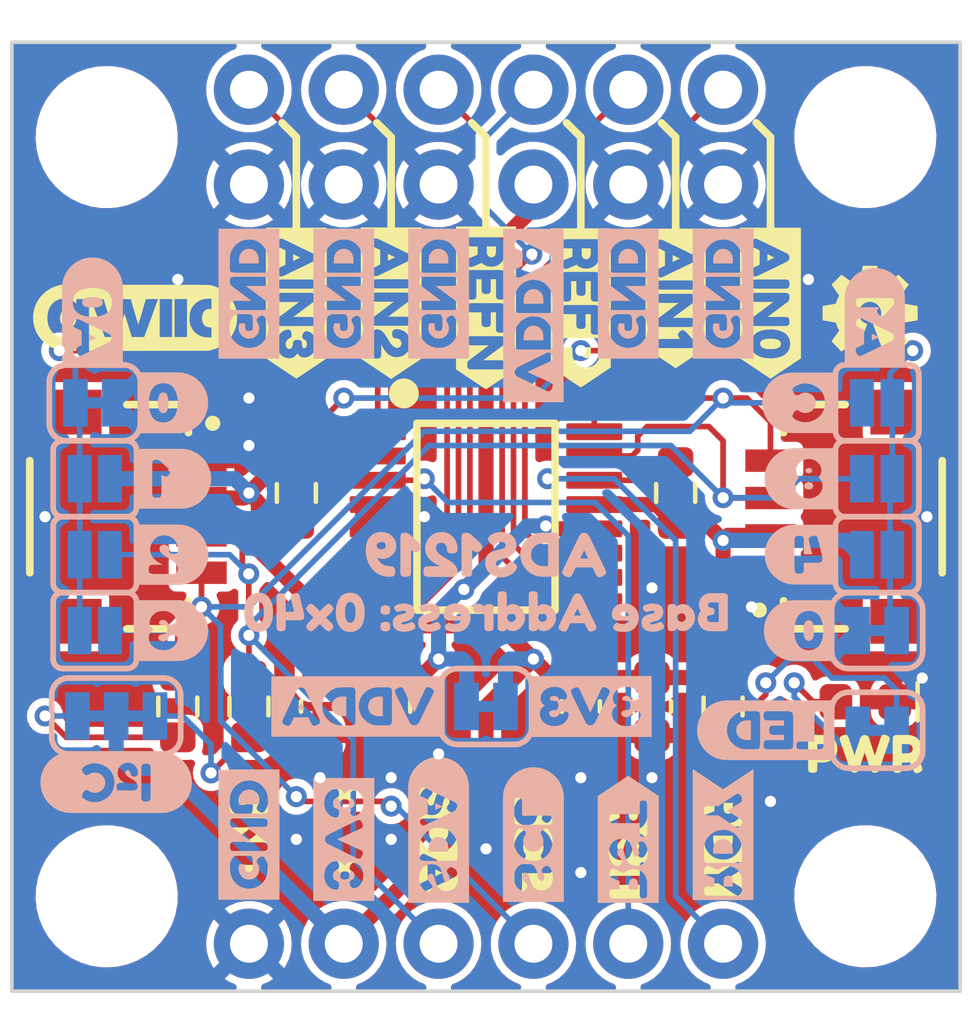
<source format=kicad_pcb>
(kicad_pcb (version 20221018) (generator pcbnew)
  (layers (0 "F.Cu" signal) (31 "B.Cu" signal) (34 "B.Paste" user) (35 "F.Paste" user) (36 "B.SilkS" user "B.Silkscreen") (37 "F.SilkS" user "F.Silkscreen") (38 "B.Mask" user) (39 "F.Mask" user) (44 "Edge.Cuts" user))
  (net 0 "")
  (net 1 "+3.3V")
  (net 2 "GND")
  (net 3 "VDDA")
  (net 4 "Net-(D1-A)")
  (net 5 "SDA")
  (net 6 "SCL")
  (net 7 "AIN3")
  (net 8 "AIN2")
  (net 9 "REFN")
  (net 10 "REFP")
  (net 11 "AIN1")
  (net 12 "AIN0")
  (net 13 "~{RESET}")
  (net 14 "~{DRDY}")
  (net 15 "Net-(JP2-B)")
  (net 16 "Net-(JP3-A)")
  (net 17 "Net-(JP3-B)")
  (net 18 "A0")
  (net 19 "A1")
  (footprint "SparkFun-Hardware:STAND-OFF" (layer "F.Cu") (at 149.86 104.14)
    (fp_text reference "ST2")
    (fp_text value "Stand_off")
    (pad "" np_thru_hole circle (at 0 0) (size 3.302 3.302) (drill 3.302) (layers "F&B.Cu" "*.Mask"))
  )
  (footprint "SparkFun-Connector:1X06" (layer "F.Cu") (at 133.35 102.87)
    (fp_text reference "J3")
    (fp_text value "Conn_01x06")
    (pad "1" thru_hole circle (at 0 0 90) (size 1.8796 1.8796) (drill 1.016) (layers "*.Cu" "*.Mask") (net 7 "AIN3"))
    (pad "2" thru_hole circle (at 2.54 0 90) (size 1.8796 1.8796) (drill 1.016) (layers "*.Cu" "*.Mask") (net 8 "AIN2"))
    (pad "3" thru_hole circle (at 5.08 0 90) (size 1.8796 1.8796) (drill 1.016) (layers "*.Cu" "*.Mask") (net 9 "REFN"))
    (pad "4" thru_hole circle (at 7.62 0 90) (size 1.8796 1.8796) (drill 1.016) (layers "*.Cu" "*.Mask") (net 10 "REFP"))
    (pad "5" thru_hole circle (at 10.16 0 90) (size 1.8796 1.8796) (drill 1.016) (layers "*.Cu" "*.Mask") (net 11 "AIN1"))
    (pad "6" thru_hole circle (at 12.7 0 90) (size 1.8796 1.8796) (drill 1.016) (layers "*.Cu" "*.Mask") (net 12 "AIN0"))
  )
  (footprint "SparkFun-Connector:1X02" (layer "F.Cu") (at 143.51 125.73)
    (fp_text reference "J5")
    (fp_text value "Conn_01x02")
    (pad "1" thru_hole circle (at 0 0 90) (size 1.8796 1.8796) (drill 1.016) (layers "*.Cu" "*.Mask") (net 13 "~{RESET}"))
    (pad "2" thru_hole circle (at 2.54 0 90) (size 1.8796 1.8796) (drill 1.016) (layers "*.Cu" "*.Mask") (net 14 "~{DRDY}"))
  )
  (footprint "SparkFun-Aesthetic:qwiic_5.5mm" (layer "F.Cu") (at 130.302 108.966)
    (fp_text reference "G***" hide)
    (fp_text value "LOGO" hide)
  )
  (footprint "kibuzzard-64C36D5B" (layer "F.Cu") (at 142.24 108.712 -90)
    (fp_text reference "kibuzzard-64C36D5B" hide)
    (fp_text value "G***" hide)
  )
  (footprint "SparkFun-Semiconductor-Standard:TSSOP-16" (layer "F.Cu") (at 139.7 114.3)
    (fp_text reference "U1")
    (fp_text value "ADS1219IPW")
    (pad "1" smd roundrect (at -2.9 -2.275) (size 1.5 0.45) (layers "F.Cu" "F.Paste" "F.Mask") (roundrect_rratio 0.1) (net 18 "A0"))
    (pad "2" smd roundrect (at -2.9 -1.625) (size 1.5 0.45) (layers "F.Cu" "F.Paste" "F.Mask") (roundrect_rratio 0.1) (net 19 "A1"))
    (pad "3" smd roundrect (at -2.9 -0.975) (size 1.5 0.45) (layers "F.Cu" "F.Paste" "F.Mask") (roundrect_rratio 0.1) (net 13 "~{RESET}"))
    (pad "4" smd roundrect (at -2.9 -0.325) (size 1.5 0.45) (layers "F.Cu" "F.Paste" "F.Mask") (roundrect_rratio 0.1) (net 2 "GND"))
    (pad "5" smd roundrect (at -2.9 0.325) (size 1.5 0.45) (layers "F.Cu" "F.Paste" "F.Mask") (roundrect_rratio 0.1) (net 2 "GND"))
    (pad "6" smd roundrect (at -2.9 0.975) (size 1.5 0.45) (layers "F.Cu" "F.Paste" "F.Mask") (roundrect_rratio 0.1) (net 7 "AIN3"))
    (pad "7" smd roundrect (at -2.9 1.625) (size 1.5 0.45) (layers "F.Cu" "F.Paste" "F.Mask") (roundrect_rratio 0.1) (net 8 "AIN2"))
    (pad "8" smd roundrect (at -2.9 2.275) (size 1.5 0.45) (layers "F.Cu" "F.Paste" "F.Mask") (roundrect_rratio 0.1) (net 9 "REFN"))
    (pad "9" smd roundrect (at 2.9 2.275) (size 1.5 0.45) (layers "F.Cu" "F.Paste" "F.Mask") (roundrect_rratio 0.1) (net 10 "REFP"))
    (pad "10" smd roundrect (at 2.9 1.625) (size 1.5 0.45) (layers "F.Cu" "F.Paste" "F.Mask") (roundrect_rratio 0.1) (net 11 "AIN1"))
    (pad "11" smd roundrect (at 2.9 0.975) (size 1.5 0.45) (layers "F.Cu" "F.Paste" "F.Mask") (roundrect_rratio 0.1) (net 12 "AIN0"))
    (pad "12" smd roundrect (at 2.9 0.325) (size 1.5 0.45) (layers "F.Cu" "F.Paste" "F.Mask") (roundrect_rratio 0.1) (net 3 "VDDA"))
    (pad "13" smd roundrect (at 2.9 -0.325) (size 1.5 0.45) (layers "F.Cu" "F.Paste" "F.Mask") (roundrect_rratio 0.1) (net 1 "+3.3V"))
    (pad "14" smd roundrect (at 2.9 -0.975) (size 1.5 0.45) (layers "F.Cu" "F.Paste" "F.Mask") (roundrect_rratio 0.1) (net 14 "~{DRDY}"))
    (pad "15" smd roundrect (at 2.9 -1.625) (size 1.5 0.45) (layers "F.Cu" "F.Paste" "F.Mask") (roundrect_rratio 0.1) (net 5 "SDA"))
    (pad "16" smd roundrect (at 2.9 -2.275) (size 1.5 0.45) (layers "F.Cu" "F.Paste" "F.Mask") (roundrect_rratio 0.1) (net 6 "SCL"))
  )
  (footprint "kibuzzard-64C37BF9" (layer "F.Cu") (at 146.05 122.809 -90)
    (fp_text reference "kibuzzard-64C37BF9" hide)
    (fp_text value "G***" hide)
  )
  (footprint "kibuzzard-64C3B30F" (layer "F.Cu") (at 149.86 120.65)
    (fp_text reference "kibuzzard-64C3B30F" hide)
    (fp_text value "G***" hide)
  )
  (footprint "SparkFun-Connector:1X06" (layer "F.Cu") (at 133.35 105.41)
    (fp_text reference "J4")
    (fp_text value "Conn_01x06")
    (pad "1" thru_hole circle (at 0 0 90) (size 1.8796 1.8796) (drill 1.016) (layers "*.Cu" "*.Mask") (net 2 "GND"))
    (pad "2" thru_hole circle (at 2.54 0 90) (size 1.8796 1.8796) (drill 1.016) (layers "*.Cu" "*.Mask") (net 2 "GND"))
    (pad "3" thru_hole circle (at 5.08 0 90) (size 1.8796 1.8796) (drill 1.016) (layers "*.Cu" "*.Mask") (net 2 "GND"))
    (pad "4" thru_hole circle (at 7.62 0 90) (size 1.8796 1.8796) (drill 1.016) (layers "*.Cu" "*.Mask") (net 3 "VDDA"))
    (pad "5" thru_hole circle (at 10.16 0 90) (size 1.8796 1.8796) (drill 1.016) (layers "*.Cu" "*.Mask") (net 2 "GND"))
    (pad "6" thru_hole circle (at 12.7 0 90) (size 1.8796 1.8796) (drill 1.016) (layers "*.Cu" "*.Mask") (net 2 "GND"))
  )
  (footprint "kibuzzard-64C36D6C" (layer "F.Cu") (at 144.78 108.458 -90)
    (fp_text reference "kibuzzard-64C36D6C" hide)
    (fp_text value "G***" hide)
  )
  (footprint "SparkFun-Resistor:R_0603_1608Metric" (layer "F.Cu") (at 131.445 119.38 90)
    (fp_text reference "R2")
    (fp_text value "2.2k")
    (pad "1" smd roundrect (at -0.825 0 90) (size 0.8 0.95) (layers "F.Cu" "F.Paste" "F.Mask") (net 17 "Net-(JP3-B)"))
    (pad "2" smd roundrect (at 0.825 0 90) (size 0.8 0.95) (layers "F.Cu" "F.Paste" "F.Mask") (net 6 "SCL"))
  )
  (footprint "SparkFun-Capacitor:C_0603_1608Metric" (layer "F.Cu") (at 137.16 119.38 -90)
    (fp_text reference "C3")
    (fp_text value "2.2uF")
    (pad "1" smd roundrect (at -0.775 0 270) (size 0.9 0.95) (layers "F.Cu" "F.Paste" "F.Mask") (net 3 "VDDA"))
    (pad "2" smd roundrect (at 0.775 0 270) (size 0.9 0.95) (layers "F.Cu" "F.Paste" "F.Mask") (net 2 "GND"))
  )
  (footprint "SparkFun-Resistor:R_0603_1608Metric" (layer "F.Cu") (at 146.05 119.38 -90)
    (fp_text reference "R1")
    (fp_text value "1k")
    (pad "1" smd roundrect (at -0.825 0 270) (size 0.8 0.95) (layers "F.Cu" "F.Paste" "F.Mask") (net 1 "+3.3V"))
    (pad "2" smd roundrect (at 0.825 0 270) (size 0.8 0.95) (layers "F.Cu" "F.Paste" "F.Mask") (net 15 "Net-(JP2-B)"))
  )
  (footprint "SparkFun-Capacitor:C_0603_1608Metric" (layer "F.Cu") (at 142.24 119.38 -90)
    (fp_text reference "C1")
    (fp_text value "2.2uF")
    (pad "1" smd roundrect (at -0.775 0 270) (size 0.9 0.95) (layers "F.Cu" "F.Paste" "F.Mask") (net 1 "+3.3V"))
    (pad "2" smd roundrect (at 0.775 0 270) (size 0.9 0.95) (layers "F.Cu" "F.Paste" "F.Mask") (net 2 "GND"))
  )
  (footprint "kibuzzard-64C36E7A" (layer "F.Cu") (at 133.35 122.809 -90)
    (fp_text reference "kibuzzard-64C36E7A" hide)
    (fp_text value "G***" hide)
  )
  (footprint "kibuzzard-64C37AD1" (layer "F.Cu") (at 138.43 122.682 -90)
    (fp_text reference "kibuzzard-64C37AD1" hide)
    (fp_text value "G***" hide)
  )
  (footprint "SparkFun-Connector:JST04_1MM_RA" (layer "F.Cu") (at 147.32 114.3 90)
    (fp_text reference "J2")
    (fp_text value "Qwiic_RA")
    (pad "1" smd rect (at -1.5 0 90) (size 0.6 1.35) (layers "F.Cu" "F.Paste" "F.Mask") (net 2 "GND"))
    (pad "2" smd rect (at -0.5 0 90) (size 0.6 1.35) (layers "F.Cu" "F.Paste" "F.Mask") (net 1 "+3.3V"))
    (pad "3" smd rect (at 0.5 0 90) (size 0.6 1.35) (layers "F.Cu" "F.Paste" "F.Mask") (net 5 "SDA"))
    (pad "4" smd rect (at 1.5 0 90) (size 0.6 1.35) (layers "F.Cu" "F.Paste" "F.Mask") (net 6 "SCL"))
    (pad "NC1" smd rect (at 2.8 3.675 90) (size 1.2 2) (layers "F.Cu" "F.Paste" "F.Mask"))
    (pad "NC2" smd rect (at -2.8 3.675 90) (size 1.2 2) (layers "F.Cu" "F.Paste" "F.Mask"))
  )
  (footprint "kibuzzard-64C37B4E" (layer "F.Cu") (at 140.97 122.809 -90)
    (fp_text reference "kibuzzard-64C37B4E" hide)
    (fp_text value "G***" hide)
  )
  (footprint "SparkFun-Aesthetic:OSHW-LOGO-MINI" (layer "F.Cu") (at 149.987 108.839)
    (fp_text reference "Ref**")
    (fp_text value "Val**")
  )
  (footprint "kibuzzard-64C36D91" (layer "F.Cu") (at 147.32 108.585 -90)
    (fp_text reference "kibuzzard-64C36D91" hide)
    (fp_text value "G***" hide)
  )
  (footprint "kibuzzard-64C37B97" (layer "F.Cu") (at 143.51 122.936 -90)
    (fp_text reference "kibuzzard-64C37B97" hide)
    (fp_text value "G***" hide)
  )
  (footprint "SparkFun-Connector:JST04_1MM_RA" (layer "F.Cu") (at 132.08 114.3 -90)
    (fp_text reference "J1")
    (fp_text value "Qwiic_RA")
    (pad "1" smd rect (at -1.5 0 270) (size 0.6 1.35) (layers "F.Cu" "F.Paste" "F.Mask") (net 2 "GND"))
    (pad "2" smd rect (at -0.5 0 270) (size 0.6 1.35) (layers "F.Cu" "F.Paste" "F.Mask") (net 1 "+3.3V"))
    (pad "3" smd rect (at 0.5 0 270) (size 0.6 1.35) (layers "F.Cu" "F.Paste" "F.Mask") (net 5 "SDA"))
    (pad "4" smd rect (at 1.5 0 270) (size 0.6 1.35) (layers "F.Cu" "F.Paste" "F.Mask") (net 6 "SCL"))
    (pad "NC1" smd rect (at 2.8 3.675 270) (size 1.2 2) (layers "F.Cu" "F.Paste" "F.Mask"))
    (pad "NC2" smd rect (at -2.8 3.675 270) (size 1.2 2) (layers "F.Cu" "F.Paste" "F.Mask"))
  )
  (footprint "kibuzzard-64C36D47" (layer "F.Cu") (at 139.7 108.712 -90)
    (fp_text reference "kibuzzard-64C36D47" hide)
    (fp_text value "G***" hide)
  )
  (footprint "SparkFun-Resistor:R_0603_1608Metric" (layer "F.Cu") (at 134.62 113.665 -90)
    (fp_text reference "R5")
    (fp_text value "10k")
    (pad "1" smd roundrect (at -0.825 0 270) (size 0.8 0.95) (layers "F.Cu" "F.Paste" "F.Mask") (net 1 "+3.3V"))
    (pad "2" smd roundrect (at 0.825 0 270) (size 0.8 0.95) (layers "F.Cu" "F.Paste" "F.Mask") (net 13 "~{RESET}"))
  )
  (footprint "kibuzzard-64C36D1A" (layer "F.Cu") (at 134.62 108.585 -90)
    (fp_text reference "kibuzzard-64C36D1A" hide)
    (fp_text value "G***" hide)
  )
  (footprint "SparkFun-Resistor:R_0603_1608Metric" (layer "F.Cu") (at 144.78 113.665 90)
    (fp_text reference "R4")
    (fp_text value "10k")
    (pad "1" smd roundrect (at -0.825 0 90) (size 0.8 0.95) (layers "F.Cu" "F.Paste" "F.Mask") (net 1 "+3.3V"))
    (pad "2" smd roundrect (at 0.825 0 90) (size 0.8 0.95) (layers "F.Cu" "F.Paste" "F.Mask") (net 14 "~{DRDY}"))
  )
  (footprint "SparkFun-Connector:1X04" (layer "F.Cu") (at 133.35 125.73)
    (fp_text reference "J6")
    (fp_text value "I2C_01x04")
    (pad "1" thru_hole circle (at 0 0 90) (size 1.8796 1.8796) (drill 1.016) (layers "*.Cu" "*.Mask") (net 2 "GND"))
    (pad "2" thru_hole circle (at 2.54 0 90) (size 1.8796 1.8796) (drill 1.016) (layers "*.Cu" "*.Mask") (net 1 "+3.3V"))
    (pad "3" thru_hole circle (at 5.08 0 90) (size 1.8796 1.8796) (drill 1.016) (layers "*.Cu" "*.Mask") (net 5 "SDA"))
    (pad "4" thru_hole circle (at 7.62 0 90) (size 1.8796 1.8796) (drill 1.016) (layers "*.Cu" "*.Mask") (net 6 "SCL"))
  )
  (footprint "kibuzzard-64C37A88" (layer "F.Cu") (at 135.89 122.936 -90)
    (fp_text reference "kibuzzard-64C37A88" hide)
    (fp_text value "G***" hide)
  )
  (footprint "SparkFun-Capacitor:C_0603_1608Metric" (layer "F.Cu") (at 144.145 119.38 -90)
    (fp_text reference "C2")
    (fp_text value "0.1uF_0603_25V_20%" hide)
    (pad "1" smd roundrect (at -0.775 0 270) (size 0.9 0.95) (layers "F.Cu" "F.Paste" "F.Mask") (net 1 "+3.3V"))
    (pad "2" smd roundrect (at 0.775 0 270) (size 0.9 0.95) (layers "F.Cu" "F.Paste" "F.Mask") (net 2 "GND"))
  )
  (footprint "SparkFun-Capacitor:C_0603_1608Metric" (layer "F.Cu") (at 135.255 119.38 -90)
    (fp_text reference "C4")
    (fp_text value "0.1uF_0603_25V_20%" hide)
    (pad "1" smd roundrect (at -0.775 0 270) (size 0.9 0.95) (layers "F.Cu" "F.Paste" "F.Mask") (net 3 "VDDA"))
    (pad "2" smd roundrect (at 0.775 0 270) (size 0.9 0.95) (layers "F.Cu" "F.Paste" "F.Mask") (net 2 "GND"))
  )
  (footprint "SparkFun-Resistor:R_0603_1608Metric" (layer "F.Cu") (at 133.35 119.38 90)
    (fp_text reference "R3")
    (fp_text value "2.2k")
    (pad "1" smd roundrect (at -0.825 0 90) (size 0.8 0.95) (layers "F.Cu" "F.Paste" "F.Mask") (net 16 "Net-(JP3-A)"))
    (pad "2" smd roundrect (at 0.825 0 90) (size 0.8 0.95) (layers "F.Cu" "F.Paste" "F.Mask") (net 5 "SDA"))
  )
  (footprint "SparkFun-Hardware:STAND-OFF" (layer "F.Cu") (at 129.54 124.46)
    (fp_text reference "ST4")
    (fp_text value "Stand_off")
    (pad "" np_thru_hole circle (at 0 0) (size 3.302 3.302) (drill 3.302) (layers "F&B.Cu" "*.Mask"))
  )
  (footprint "SparkFun-Hardware:STAND-OFF" (layer "F.Cu") (at 129.54 104.14)
    (fp_text reference "ST1")
    (fp_text value "Stand_off")
    (pad "" np_thru_hole circle (at 0 0) (size 3.302 3.302) (drill 3.302) (layers "F&B.Cu" "*.Mask"))
  )
  (footprint "SparkFun-LED:LED_0603_1608Metric" (layer "F.Cu") (at 149.86 119.253 180)
    (fp_text reference "D1")
    (fp_text value "Red")
    (pad "1" smd roundrect (at -0.7875 0 180) (size 0.875 0.95) (layers "F.Cu" "F.Paste" "F.Mask") (net 2 "GND"))
    (pad "2" smd roundrect (at 0.7875 0 180) (size 0.875 0.95) (layers "F.Cu" "F.Paste" "F.Mask") (net 4 "Net-(D1-A)"))
  )
  (footprint "kibuzzard-64C36D2D" (layer "F.Cu") (at 137.16 108.585 -90)
    (fp_text reference "kibuzzard-64C36D2D" hide)
    (fp_text value "G***" hide)
  )
  (footprint "SparkFun-Hardware:STAND-OFF" (layer "F.Cu") (at 149.86 124.46)
    (fp_text reference "ST3")
    (fp_text value "Stand_off")
    (pad "" np_thru_hole circle (at 0 0) (size 3.302 3.302) (drill 3.302) (layers "F&B.Cu" "*.Mask"))
  )
  (footprint "kibuzzard-64C37D9D" (layer "B.Cu") (at 139.7 115.316 180)
    (fp_text reference "kibuzzard-64C37D9D" hide)
    (fp_text value "G***" hide)
  )
  (footprint "kibuzzard-64C37C16" (layer "B.Cu") (at 146.05 122.809 90)
    (fp_text reference "kibuzzard-64C37C16" hide)
    (fp_text value "G***" hide)
  )
  (footprint "SparkFun-Jumper:SMT-JUMPER_2_NO_SILK" (layer "B.Cu") (at 150.1775 113.284 180)
    (fp_text reference "JP10")
    (fp_text value "~")
    (pad "1" smd rect (at -0.4064 0 180) (size 0.635 1.27) (layers "B.Cu" "B.Mask") (net 19 "A1"))
    (pad "2" smd rect (at 0.4064 0 180) (size 0.635 1.27) (layers "B.Cu" "B.Mask") (net 5 "SDA"))
  )
  (footprint "kibuzzard-64C375B4" (layer "B.Cu") (at 148.082 117.348 180)
    (fp_text reference "kibuzzard-64C375B4" hide)
    (fp_text value "G***" hide)
  )
  (footprint "kibuzzard-64C37A88" (layer "B.Cu") (at 142.494 119.38 180)
    (fp_text reference "kibuzzard-64C37A88" hide)
    (fp_text value "G***" hide)
  )
  (footprint "SparkFun-Jumper:SMT-JUMPER_2_NO_SILK" (layer "B.Cu") (at 129.2225 115.316)
    (fp_text reference "JP6")
    (fp_text value "~")
    (pad "1" smd rect (at -0.4064 0) (size 0.635 1.27) (layers "B.Cu" "B.Mask") (net 18 "A0"))
    (pad "2" smd rect (at 0.4064 0) (size 0.635 1.27) (layers "B.Cu" "B.Mask") (net 5 "SDA"))
  )
  (footprint "kibuzzard-64C36E7A" (layer "B.Cu") (at 138.43 108.331 90)
    (fp_text reference "kibuzzard-64C36E7A" hide)
    (fp_text value "G***" hide)
  )
  (footprint "SparkFun-Jumper:SMT-JUMPER_2_NC_TRACE_SILK" (layer "B.Cu") (at 129.2225 111.252)
    (fp_text reference "JP4")
    (fp_text value "~")
    (fp_poly (pts (xy -0.25 0.15) (xy 0.25 0.15) (xy 0.25 -0.15) (xy -0.25 -0.15)) (fill solid) (layer "B.Cu"))
    (pad "1" smd rect (at -0.5207 0) (size 0.6604 1.27) (layers "B.Cu" "B.Mask") (net 18 "A0"))
    (pad "2" smd rect (at 0.5207 0) (size 0.6604 1.27) (layers "B.Cu" "B.Mask") (net 2 "GND"))
  )
  (footprint "SparkFun-Jumper:SMT-JUMPER_2_NO_SILK" (layer "B.Cu") (at 129.2225 117.348)
    (fp_text reference "JP7")
    (fp_text value "~")
    (pad "1" smd rect (at -0.4064 0) (size 0.635 1.27) (layers "B.Cu" "B.Mask") (net 18 "A0"))
    (pad "2" smd rect (at 0.4064 0) (size 0.635 1.27) (layers "B.Cu" "B.Mask") (net 6 "SCL"))
  )
  (footprint "kibuzzard-64C3761E" (layer "B.Cu") (at 131.318 117.348 180)
    (fp_text reference "kibuzzard-64C3761E" hide)
    (fp_text value "G***" hide)
  )
  (footprint "kibuzzard-64C36E7A" (layer "B.Cu") (at 133.35 108.331 90)
    (fp_text reference "kibuzzard-64C36E7A" hide)
    (fp_text value "G***" hide)
  )
  (footprint "SparkFun-Jumper:SMT-JUMPER_2_NC_TRACE_SILK" (layer "B.Cu") (at 139.7 119.38 180)
    (fp_text reference "JP1")
    (fp_text value "~")
    (fp_poly (pts (xy -0.25 0.15) (xy 0.25 0.15) (xy 0.25 -0.15) (xy -0.25 -0.15)) (fill solid) (layer "B.Cu"))
    (pad "1" smd rect (at -0.5207 0 180) (size 0.6604 1.27) (layers "B.Cu" "B.Mask") (net 1 "+3.3V"))
    (pad "2" smd rect (at 0.5207 0 180) (size 0.6604 1.27) (layers "B.Cu" "B.Mask") (net 3 "VDDA"))
  )
  (footprint "SparkFun-Jumper:SMT-JUMPER_3_2-NC_TRACE_SILK" (layer "B.Cu") (at 129.794 119.634 180)
    (fp_text reference "JP3")
    (fp_text value "~")
    (fp_poly (pts (xy -0.8 0.15) (xy -0.25 0.15) (xy -0.25 -0.15) (xy -0.8 -0.15)) (fill solid) (layer "B.Cu"))
    (fp_poly (pts (xy 0.25 0.15) (xy 0.8 0.15) (xy 0.8 -0.15) (xy 0.25 -0.15)) (fill solid) (layer "B.Cu"))
    (pad "1" smd rect (at -1.0414 0 180) (size 0.6604 1.27) (layers "B.Cu" "B.Mask") (net 16 "Net-(JP3-A)"))
    (pad "2" smd rect (at 0 0 180) (size 0.6604 1.27) (layers "B.Cu" "B.Mask") (net 1 "+3.3V"))
    (pad "3" smd rect (at 1.0414 0 180) (size 0.6604 1.27) (layers "B.Cu" "B.Mask") (net 17 "Net-(JP3-B)"))
  )
  (footprint "kibuzzard-64C37C5C" (layer "B.Cu") (at 147.193 120.015 180)
    (fp_text reference "kibuzzard-64C37C5C" hide)
    (fp_text value "G***" hide)
  )
  (footprint "SparkFun-Jumper:SMT-JUMPER_2_NO_SILK" (layer "B.Cu") (at 150.1775 111.252 180)
    (fp_text reference "JP11")
    (fp_text value "~")
    (pad "1" smd rect (at -0.4064 0 180) (size 0.635 1.27) (layers "B.Cu" "B.Mask") (net 19 "A1"))
    (pad "2" smd rect (at 0.4064 0 180) (size 0.635 1.27) (layers "B.Cu" "B.Mask") (net 6 "SCL"))
  )
  (footprint "kibuzzard-64C375F2" (layer "B.Cu") (at 131.318 111.252 180)
    (fp_text reference "kibuzzard-64C375F2" hide)
    (fp_text value "G***" hide)
  )
  (footprint "SparkFun-Jumper:SMT-JUMPER_2_NC_TRACE_SILK" (layer "B.Cu") (at 150.1775 117.348 180)
    (fp_text reference "JP8")
    (fp_text value "~")
    (fp_poly (pts (xy -0.25 0.15) (xy 0.25 0.15) (xy 0.25 -0.15) (xy -0.25 -0.15)) (fill solid) (layer "B.Cu"))
    (pad "1" smd rect (at -0.5207 0 180) (size 0.6604 1.27) (layers "B.Cu" "B.Mask") (net 19 "A1"))
    (pad "2" smd rect (at 0.5207 0 180) (size 0.6604 1.27) (layers "B.Cu" "B.Mask") (net 2 "GND"))
  )
  (footprint "kibuzzard-64C37B05" (layer "B.Cu") (at 140.97 122.809 90)
    (fp_text reference "kibuzzard-64C37B05" hide)
    (fp_text value "G***" hide)
  )
  (footprint "kibuzzard-64C375DA" (layer "B.Cu") (at 148.082 111.252 180)
    (fp_text reference "kibuzzard-64C375DA" hide)
    (fp_text value "G***" hide)
  )
  (footprint "kibuzzard-64C36E7A" (layer "B.Cu") (at 146.05 108.331 90)
    (fp_text reference "kibuzzard-64C36E7A" hide)
    (fp_text value "G***" hide)
  )
  (footprint "kibuzzard-64C375C5" (layer "B.Cu") (at 148.082 113.284 180)
    (fp_text reference "kibuzzard-64C375C5" hide)
    (fp_text value "G***" hide)
  )
  (footprint "kibuzzard-64C37FAB" (layer "B.Cu") (at 131.318 113.284 180)
    (fp_text reference "kibuzzard-64C37FAB" hide)
    (fp_text value "G***" hide)
  )
  (footprint "kibuzzard-64C3756D" (layer "B.Cu") (at 150.114 108.966 90)
    (fp_text reference "kibuzzard-64C3756D" hide)
    (fp_text value "G***" hide)
  )
  (footprint "SparkFun-Jumper:SMT-JUMPER_2_NO_SILK" (layer "B.Cu") (at 150.1775 115.316 180)
    (fp_text reference "JP9")
    (fp_text value "~")
    (pad "1" smd rect (at -0.4064 0 180) (size 0.635 1.27) (layers "B.Cu" "B.Mask") (net 19 "A1"))
    (pad "2" smd rect (at 0.4064 0 180) (size 0.635 1.27) (layers "B.Cu" "B.Mask") (net 1 "+3.3V"))
  )
  (footprint "kibuzzard-64C37CC9" (layer "B.Cu") (at 136.271 119.38 180)
    (fp_text reference "kibuzzard-64C37CC9" hide)
    (fp_text value "G***" hide)
  )
  (footprint "kibuzzard-64C38090" (layer "B.Cu") (at 129.794 121.412 180)
    (fp_text reference "kibuzzard-64C38090" hide)
    (fp_text value "G***" hide)
  )
  (footprint "kibuzzard-64C36E7A" (layer "B.Cu") (at 135.89 108.331 90)
    (fp_text reference "kibuzzard-64C36E7A" hide)
    (fp_text value "G***" hide)
  )
  (footprint "kibuzzard-64C37D63" (layer "B.Cu") (at 139.7 116.84 180)
    (fp_text reference "kibuzzard-64C37D63" hide)
    (fp_text value "G***" hide)
  )
  (footprint "kibuzzard-64C37519" (layer "B.Cu") (at 129.159 108.839 90)
    (fp_text reference "kibuzzard-64C37519" hide)
    (fp_text value "G***" hide)
  )
  (footprint "kibuzzard-64C37614" (layer "B.Cu") (at 131.318 115.316 180)
    (fp_text reference "kibuzzard-64C37614" hide)
    (fp_text value "G***" hide)
  )
  (footprint "SparkFun-Jumper:SMT-JUMPER_2_NC_TRACE_SILK" (layer "B.Cu") (at 150.1775 120.015)
    (fp_text reference "JP2")
    (fp_text value "~")
    (fp_poly (pts (xy -0.25 0.15) (xy 0.25 0.15) (xy 0.25 -0.15) (xy -0.25 -0.15)) (fill solid) (layer "B.Cu"))
    (pad "1" smd rect (at -0.5207 0) (size 0.6604 1.27) (layers "B.Cu" "B.Mask") (net 4 "Net-(D1-A)"))
    (pad "2" smd rect (at 0.5207 0) (size 0.6604 1.27) (layers "B.Cu" "B.Mask") (net 15 "Net-(JP2-B)"))
  )
  (footprint "kibuzzard-64C37B2E" (layer "B.Cu") (at 138.43 122.682 90)
    (fp_text reference "kibuzzard-64C37B2E" hide)
    (fp_text value "G***" hide)
  )
  (footprint "kibuzzard-64C36E7A" (layer "B.Cu") (at 133.35 122.809 90)
    (fp_text reference "kibuzzard-64C36E7A" hide)
    (fp_text value "G***" hide)
  )
  (footprint "kibuzzard-64C37BC1" (layer "B.Cu") (at 143.51 122.936 90)
    (fp_text reference "kibuzzard-64C37BC1" hide)
    (fp_text value "G***" hide)
  )
  (footprint "kibuzzard-64C37A88" (layer "B.Cu") (at 135.89 122.936 90)
    (fp_text reference "kibuzzard-64C37A88" hide)
    (fp_text value "G***" hide)
  )
  (footprint "kibuzzard-64C36EF5" (layer "B.Cu") (at 140.97 108.9152 90)
    (fp_text reference "kibuzzard-64C36EF5" hide)
    (fp_text value "G***" hide)
  )
  (footprint "SparkFun-Jumper:SMT-JUMPER_2_NO_SILK" (layer "B.Cu") (at 129.2225 113.284)
    (fp_text reference "JP5")
    (fp_text value "~")
    (pad "1" smd rect (at -0.4064 0) (size 0.635 1.27) (layers "B.Cu" "B.Mask") (net 18 "A0"))
    (pad "2" smd rect (at 0.4064 0) (size 0.635 1.27) (layers "B.Cu" "B.Mask") (net 1 "+3.3V"))
  )
  (footprint "kibuzzard-64C36E7A" (layer "B.Cu") (at 143.51 108.331 90)
    (fp_text reference "kibuzzard-64C36E7A" hide)
    (fp_text value "G***" hide)
  )
  (footprint "kibuzzard-64C375BE" (layer "B.Cu") (at 148.082 115.316 180)
    (fp_text reference "kibuzzard-64C375BE" hide)
    (fp_text value "G***" hide)
  )
  (gr_line (start 142.24 104.14) (end 142.24 106.68) (stroke (width 0.2032)) (layer "F.SilkS"))
  (gr_line (start 144.78 104.14) (end 144.78 106.68) (stroke (width 0.2032)) (layer "F.SilkS"))
  (gr_line (start 139.7 104.14) (end 139.7 106.68) (stroke (width 0.2032)) (layer "F.SilkS"))
  (gr_line (start 137.16 104.14) (end 136.779 103.759) (stroke (width 0.2032)) (layer "F.SilkS"))
  (gr_line (start 134.62 104.14) (end 134.239 103.759) (stroke (width 0.2032)) (layer "F.SilkS"))
  (gr_line (start 137.16 104.14) (end 137.16 106.68) (stroke (width 0.2032)) (layer "F.SilkS"))
  (gr_line (start 142.24 104.14) (end 141.859 103.759) (stroke (width 0.2032)) (layer "F.SilkS"))
  (gr_line (start 139.7 104.14) (end 139.319 103.759) (stroke (width 0.2032)) (layer "F.SilkS"))
  (gr_line (start 147.32 104.14) (end 146.939 103.759) (stroke (width 0.2032)) (layer "F.SilkS"))
  (gr_line (start 134.62 104.14) (end 134.62 106.68) (stroke (width 0.2032)) (layer "F.SilkS"))
  (gr_line (start 144.78 104.14) (end 144.399 103.759) (stroke (width 0.2032)) (layer "F.SilkS"))
  (gr_line (start 147.32 104.14) (end 147.32 106.68) (stroke (width 0.2032)) (layer "F.SilkS"))
  (gr_rect (start 127 101.6) (end 152.4 127) (stroke (width 0.1)) (fill none) (layer "Edge.Cuts"))
  (segment (start 146 118.605) (end 146.05 118.555) (width 0.4064) (layer "F.Cu") (net 1))
  (segment (start 139.7 121.92) (end 139.7 121.285) (width 0.4064) (layer "F.Cu") (net 1))
  (segment (start 142.6 113.975) (end 144.265 113.975) (width 0.4064) (layer "F.Cu") (net 1))
  (segment (start 135.636 117.221) (end 140.081 117.221) (width 0.4064) (layer "F.Cu") (net 1))
  (segment (start 133.604 113.919) (end 133.604 115.189) (width 0.4064) (layer "F.Cu") (net 1))
  (segment (start 147.32 114.8) (end 146.185 114.8) (width 0.4064) (layer "F.Cu") (net 1))
  (segment (start 134.62 112.84) (end 134.175 112.84) (width 0.4064) (layer "F.Cu") (net 1))
  (segment (start 133.35 113.665) (end 133.604 113.919) (width 0.4064) (layer "F.Cu") (net 1))
  (segment (start 132.08 113.8) (end 133.215 113.8) (width 0.4064) (layer "F.Cu") (net 1))
  (segment (start 140.081 117.221) (end 140.97 118.11) (width 0.4064) (layer "F.Cu") (net 1))
  (segment (start 146.05 118.555) (end 146.05 114.935) (width 0.4064) (layer "F.Cu") (net 1))
  (segment (start 144.78 114.49) (end 145.605 114.49) (width 0.4064) (layer "F.Cu") (net 1))
  (segment (start 133.215 113.8) (end 133.35 113.665) (width 0.4064) (layer "F.Cu") (net 1))
  (segment (start 141.465 118.605) (end 140.97 118.11) (width 0.4064) (layer "F.Cu") (net 1))
  (segment (start 139.7 119.38) (end 140.97 118.11) (width 0.4064) (layer "F.Cu") (net 1))
  (segment (start 142.24 118.605) (end 144.145 118.605) (width 0.4064) (layer "F.Cu") (net 1))
  (segment (start 139.7 121.285) (end 139.7 119.38) (width 0.4064) (layer "F.Cu") (net 1))
  (segment (start 135.89 125.73) (end 139.7 121.92) (width 0.4064) (layer "F.Cu") (net 1))
  (segment (start 144.145 118.605) (end 146 118.605) (width 0.4064) (layer "F.Cu") (net 1))
  (segment (start 133.604 115.189) (end 135.636 117.221) (width 0.4064) (layer "F.Cu") (net 1))
  (segment (start 142.24 118.605) (end 141.465 118.605) (width 0.4064) (layer "F.Cu") (net 1))
  (segment (start 144.265 113.975) (end 144.78 114.49) (width 0.4064) (layer "F.Cu") (net 1))
  (segment (start 146.185 114.8) (end 146.05 114.935) (width 0.4064) (layer "F.Cu") (net 1))
  (segment (start 145.605 114.49) (end 146.05 114.935) (width 0.4064) (layer "F.Cu") (net 1))
  (segment (start 134.175 112.84) (end 133.35 113.665) (width 0.4064) (layer "F.Cu") (net 1))
  (via (at 146.05 114.935) (size 0.56) (drill 0.3) (layers "F.Cu" "B.Cu") (net 1))
  (via (at 133.35 113.665) (size 0.56) (drill 0.3) (layers "F.Cu" "B.Cu") (net 1))
  (via (at 140.97 118.11) (size 0.56) (drill 0.3) (layers "F.Cu" "B.Cu") (net 1))
  (segment (start 135.89 125.73) (end 131.9536 121.7936) (width 0.4064) (layer "B.Cu") (net 1))
  (segment (start 132.969 113.284) (end 129.6289 113.284) (width 0.4064) (layer "B.Cu") (net 1))
  (segment (start 140.97 118.11) (end 140.335 118.11) (width 0.4064) (layer "B.Cu") (net 1))
  (segment (start 131.943725 121.7936) (end 131.181125 121.031) (width 0.4064) (layer "B.Cu") (net 1))
  (segment (start 140.335 118.11) (end 140.2207 118.2243) (width 0.4064) (layer "B.Cu") (net 1))
  (segment (start 133.35 113.665) (end 132.969 113.284) (width 0.4064) (layer "B.Cu") (net 1))
  (segment (start 129.794 120.65) (end 129.794 120.12295) (width 0.4064) (layer "B.Cu") (net 1))
  (segment (start 130.175 121.031) (end 129.794 120.65) (width 0.4064) (layer "B.Cu") (net 1))
  (segment (start 131.9536 121.7936) (end 131.943725 121.7936) (width 0.4064) (layer "B.Cu") (net 1))
  (segment (start 131.181125 121.031) (end 130.175 121.031) (width 0.4064) (layer "B.Cu") (net 1))
  (segment (start 146.05 114.935) (end 149.3266 114.935) (width 0.4064) (layer "B.Cu") (net 1))
  (segment (start 140.2207 118.2243) (end 140.2207 118.89105) (width 0.4064) (layer "B.Cu") (net 1))
  (segment (start 149.3266 114.935) (end 149.7076 115.316) (width 0.4064) (layer "B.Cu") (net 1))
  (segment (start 137.724 114.625) (end 138.049 114.3) (width 0.4064) (layer "F.Cu") (net 2))
  (segment (start 137.16 120.155) (end 137.16 121.285) (width 0.4064) (layer "F.Cu") (net 2))
  (segment (start 137.724 113.975) (end 138.049 114.3) (width 0.4064) (layer "F.Cu") (net 2))
  (segment (start 142.24 120.155) (end 142.24 121.285) (width 0.4064) (layer "F.Cu") (net 2))
  (segment (start 136.8 113.975) (end 137.724 113.975) (width 0.4064) (layer "F.Cu") (net 2))
  (segment (start 144.145 120.155) (end 144.145 121.285) (width 0.4064) (layer "F.Cu") (net 2))
  (segment (start 136.8 114.625) (end 137.724 114.625) (width 0.4064) (layer "F.Cu") (net 2))
  (segment (start 135.255 120.155) (end 135.255 121.285) (width 0.4064) (layer "F.Cu") (net 2))
  (segment (start 132.945 112.8) (end 133.35 112.395) (width 0.4064) (layer "F.Cu") (net 2))
  (segment (start 132.08 112.8) (end 132.945 112.8) (width 0.4064) (layer "F.Cu") (net 2))
  (segment (start 147.32 116.205) (end 147.32 115.8) (width 0.4064) (layer "F.Cu") (net 2))
  (segment (start 146.812 116.713) (end 147.32 116.205) (width 0.4064) (layer "F.Cu") (net 2))
  (segment (start 150.749 119.253) (end 150.6475 119.253) (width 0.4064) (layer "F.Cu") (net 2))
  (segment (start 151.384 118.618) (end 150.749 119.253) (width 0.4064) (layer "F.Cu") (net 2))
  (via (at 134.62 122.936) (size 0.56) (drill 0.3) (layers "F.Cu" "B.Cu") (net 2))
  (via (at 131.445 107.95) (size 0.56) (drill 0.3) (layers "F.Cu" "B.Cu") (net 2))
  (via (at 137.16 122.936) (size 0.56) (drill 0.3) (layers "F.Cu" "B.Cu") (net 2))
  (via (at 138.049 114.3) (size 0.56) (drill 0.3) (layers "F.Cu" "B.Cu") (net 2))
  (via (at 138.43 120.65) (size 0.56) (drill 0.3) (layers "F.Cu" "B.Cu") (net 2))
  (via (at 142.24 121.285) (size 0.56) (drill 0.3) (layers "F.Cu" "B.Cu") (net 2))
  (via (at 144.145 116.205) (size 0.56) (drill 0.3) (layers "F.Cu" "B.Cu") (net 2))
  (via (at 146.812 116.713) (size 0.56) (drill 0.3) (layers "F.Cu" "B.Cu") (net 2))
  (via (at 133.35 112.395) (size 0.56) (drill 0.3) (layers "F.Cu" "B.Cu") (net 2))
  (via (at 127.889 114.3) (size 0.56) (drill 0.3) (layers "F.Cu" "B.Cu") (net 2))
  (via (at 151.511 114.3) (size 0.56) (drill 0.3) (layers "F.Cu" "B.Cu") (net 2))
  (via (at 133.35 111.125) (size 0.56) (drill 0.3) (layers "F.Cu" "B.Cu") (net 2))
  (via (at 135.255 121.285) (size 0.56) (drill 0.3) (layers "F.Cu" "B.Cu") (net 2))
  (via (at 151.384 118.618) (size 0.56) (drill 0.3) (layers "F.Cu" "B.Cu") (net 2))
  (via (at 147.32 121.92) (size 0.56) (drill 0.3) (layers "F.Cu" "B.Cu") (net 2))
  (via (at 142.24 123.825) (size 0.56) (drill 0.3) (layers "F.Cu" "B.Cu") (net 2))
  (via (at 144.145 121.285) (size 0.56) (drill 0.3) (layers "F.Cu" "B.Cu") (net 2))
  (via (at 139.7 123.19) (size 0.56) (drill 0.3) (layers "F.Cu" "B.Cu") (net 2))
  (via (at 148.336 107.95) (size 0.56) (drill 0.3) (layers "F.Cu" "B.Cu") (net 2))
  (via (at 137.16 121.285) (size 0.56) (drill 0.3) (layers "F.Cu" "B.Cu") (net 2))
  (segment (start 139.7 107.315) (end 139.7 108.585) (width 0.4064) (layer "F.Cu") (net 3))
  (segment (start 141.378562 114.625) (end 141.301281 114.547719) (width 0.4064) (layer "F.Cu") (net 3))
  (segment (start 142.6 114.625) (end 141.378562 114.625) (width 0.4064) (layer "F.Cu") (net 3))
  (segment (start 137.16 118.605) (end 137.935 118.605) (width 0.4064) (layer "F.Cu") (net 3))
  (segment (start 137.935 118.605) (end 138.43 118.11) (width 0.4064) (layer "F.Cu") (net 3))
  (segment (start 139.7 115.653564) (end 139.106782 116.246782) (width 0.4064) (layer "F.Cu") (net 3))
  (segment (start 135.255 118.605) (end 137.16 118.605) (width 0.4064) (layer "F.Cu") (net 3))
  (segment (start 139.7 108.585) (end 139.7 115.653564) (width 0.4064) (layer "F.Cu") (net 3))
  (segment (start 140.97 106.045) (end 139.7 107.315) (width 0.4064) (layer "F.Cu") (net 3))
  (segment (start 140.97 105.41) (end 140.97 106.045) (width 0.4064) (layer "F.Cu") (net 3))
  (via (at 138.43 118.11) (size 0.56) (drill 0.3) (layers "F.Cu" "B.Cu") (net 3))
  (via (at 141.301281 114.547719) (size 0.56) (drill 0.3) (layers "F.Cu" "B.Cu") (net 3))
  (via (at 139.106782 116.246782) (size 0.56) (drill 0.3) (layers "F.Cu" "B.Cu") (net 3))
  (segment (start 139.023218 116.246782) (end 138.43 116.84) (width 0.4064) (layer "B.Cu") (net 3))
  (segment (start 139.106782 116.246782) (end 139.023218 116.246782) (width 0.4064) (layer "B.Cu") (net 3))
  (segment (start 138.43 118.11) (end 139.065 118.11) (width 0.4064) (layer "B.Cu") (net 3))
  (segment (start 141.301281 114.547719) (end 140.805845 114.547719) (width 0.4064) (layer "B.Cu") (net 3))
  (segment (start 139.065 118.11) (end 139.1793 118.2243) (width 0.4064) (layer "B.Cu") (net 3))
  (segment (start 140.805845 114.547719) (end 139.106782 116.246782) (width 0.4064) (layer "B.Cu") (net 3))
  (segment (start 138.43 116.84) (end 138.43 118.11) (width 0.4064) (layer "B.Cu") (net 3))
  (segment (start 139.1793 118.2243) (end 139.1793 118.89105) (width 0.4064) (layer "B.Cu") (net 3))
  (segment (start 148.463 119.253) (end 147.955 118.745) (width 0.1524) (layer "F.Cu") (net 4))
  (segment (start 149.0725 119.253) (end 148.463 119.253) (width 0.1524) (layer "F.Cu") (net 4))
  (via (at 147.955 118.745) (size 0.56) (drill 0.3) (layers "F.Cu" "B.Cu") (net 4))
  (segment (start 147.955 118.745) (end 147.955 119.126) (width 0.1524) (layer "B.Cu") (net 4))
  (segment (start 147.955 119.126) (end 149.20595 120.37695) (width 0.1524) (layer "B.Cu") (net 4))
  (segment (start 149.20595 120.37695) (end 149.6568 120.37695) (width 0.1524) (layer "B.Cu") (net 4))
  (segment (start 133.345416 117.470416) (end 133.345416 115.828584) (width 0.1524) (layer "F.Cu") (net 5))
  (segment (start 133.0372 114.8) (end 133.1722 114.935) (width 0.1524) (layer "F.Cu") (net 5))
  (segment (start 143.611 112.675) (end 143.764 112.522) (width 0.1524) (layer "F.Cu") (net 5))
  (segment (start 132.08 114.8) (end 133.0372 114.8) (width 0.1524) (layer "F.Cu") (net 5))
  (segment (start 144.018 111.887) (end 144.907 111.887) (width 0.1524) (layer "F.Cu") (net 5))
  (segment (start 145.669 111.887) (end 145.923 112.141) (width 0.1524) (layer "F.Cu") (net 5))
  (segment (start 133.1722 115.655368) (end 133.345416 115.828584) (width 0.1524) (layer "F.Cu") (net 5))
  (segment (start 147.32 113.8) (end 146.058 113.8) (width 0.1524) (layer "F.Cu") (net 5))
  (segment (start 146.058 113.8) (end 146.05 113.792) (width 0.1524) (layer "F.Cu") (net 5))
  (segment (start 142.6 112.675) (end 143.611 112.675) (width 0.1524) (layer "F.Cu") (net 5))
  (segment (start 133.35 117.475) (end 133.35 118.555) (width 0.1524) (layer "F.Cu") (net 5))
  (segment (start 143.764 112.522) (end 143.764 112.141) (width 0.1524) (layer "F.Cu") (net 5))
  (segment (start 145.923 112.141) (end 146.05 112.268) (width 0.1524) (layer "F.Cu") (net 5))
  (segment (start 143.764 112.141) (end 144.018 111.887) (width 0.1524) (layer "F.Cu") (net 5))
  (segment (start 144.907 111.887) (end 145.669 111.887) (width 0.1524) (layer "F.Cu") (net 5))
  (segment (start 146.05 112.268) (end 146.05 113.792) (width 0.1524) (layer "F.Cu") (net 5))
  (segment (start 133.1722 114.935) (end 133.1722 115.655368) (width 0.1524) (layer "F.Cu") (net 5))
  (segment (start 133.35 117.475) (end 133.345416 117.470416) (width 0.1524) (layer "F.Cu") (net 5))
  (via (at 146.05 113.792) (size 0.56) (drill 0.3) (layers "F.Cu" "B.Cu") (net 5))
  (via (at 133.35 117.475) (size 0.56) (drill 0.3) (layers "F.Cu" "B.Cu") (net 5))
  (via (at 133.345416 115.828584) (size 0.56) (drill 0.3) (layers "F.Cu" "B.Cu") (net 5))
  (segment (start 136.144 123.444) (end 136.144 120.269) (width 0.1524) (layer "B.Cu") (net 5))
  (segment (start 132.832832 115.316) (end 129.6289 115.316) (width 0.1524) (layer "B.Cu") (net 5))
  (segment (start 144.653 112.395) (end 138.176 112.395) (width 0.1524) (layer "B.Cu") (net 5))
  (segment (start 146.05 113.792) (end 144.653 112.395) (width 0.1524) (layer "B.Cu") (net 5))
  (segment (start 148.082 113.284) (end 149.7711 113.284) (width 0.1524) (layer "B.Cu") (net 5))
  (segment (start 136.144 120.269) (end 133.35 117.475) (width 0.1524) (layer "B.Cu") (net 5))
  (segment (start 138.43 125.73) (end 136.144 123.444) (width 0.1524) (layer "B.Cu") (net 5))
  (segment (start 146.05 113.792) (end 147.574 113.792) (width 0.1524) (layer "B.Cu") (net 5))
  (segment (start 133.35 117.221) (end 133.35 117.475) (width 0.1524) (layer "B.Cu") (net 5))
  (segment (start 138.176 112.395) (end 133.35 117.221) (width 0.1524) (layer "B.Cu") (net 5))
  (segment (start 133.345416 115.828584) (end 132.832832 115.316) (width 0.1524) (layer "B.Cu") (net 5))
  (segment (start 147.574 113.792) (end 148.082 113.284) (width 0.1524) (layer "B.Cu") (net 5))
  (segment (start 131.445 117.348) (end 131.445 118.555) (width 0.1524) (layer "F.Cu") (net 6))
  (segment (start 142.875 111.125) (end 146.05 111.125) (width 0.1524) (layer "F.Cu") (net 6))
  (segment (start 142.6 111.4) (end 142.875 111.125) (width 0.1524) (layer "F.Cu") (net 6))
  (segment (start 142.6 112.025) (end 142.6 111.4) (width 0.1524) (layer "F.Cu") (net 6))
  (segment (start 132.08 115.8) (end 132.08 116.713) (width 0.1524) (layer "F.Cu") (net 6))
  (segment (start 146.685 111.125) (end 146.05 111.125) (width 0.1524) (layer "F.Cu") (net 6))
  (segment (start 137.033 121.92) (end 137.16 122.047) (width 0.1524) (layer "F.Cu") (net 6))
  (segment (start 132.08 116.713) (end 131.445 117.348) (width 0.1524) (layer "F.Cu") (net 6))
  (segment (start 134.747 121.92) (end 137.033 121.92) (width 0.1524) (layer "F.Cu") (net 6))
  (segment (start 134.62 121.793) (end 134.747 121.92) (width 0.1524) (layer "F.Cu") (net 6))
  (segment (start 147.32 111.76) (end 146.685 111.125) (width 0.1524) (layer "F.Cu") (net 6))
  (segment (start 147.32 112.8) (end 147.32 111.76) (width 0.1524) (layer "F.Cu") (net 6))
  (via (at 132.08 116.713) (size 0.56) (drill 0.3) (layers "F.Cu" "B.Cu") (net 6))
  (via (at 146.05 111.125) (size 0.56) (drill 0.3) (layers "F.Cu" "B.Cu") (net 6))
  (via (at 137.16 122.047) (size 0.56) (drill 0.3) (layers "F.Cu" "B.Cu") (net 6))
  (via (at 134.62 121.793) (size 0.56) (drill 0.3) (layers "F.Cu" "B.Cu") (net 6))
  (segment (start 132.588 117.983) (end 132.588 119.761) (width 0.1524) (layer "B.Cu") (net 6))
  (segment (start 132.588 117.221) (end 132.588 117.983) (width 0.1524) (layer "B.Cu") (net 6))
  (segment (start 146.177 111.252) (end 149.7711 111.252) (width 0.1524) (layer "B.Cu") (net 6))
  (segment (start 132.588 119.761) (end 134.62 121.793) (width 0.1524) (layer "B.Cu") (net 6))
  (segment (start 132.08 116.713) (end 132.588 117.221) (width 0.1524) (layer "B.Cu") (net 6))
  (segment (start 146.05 111.125) (end 146.177 111.252) (width 0.1524) (layer "B.Cu") (net 6))
  (segment (start 129.6289 117.348) (end 131.445 117.348) (width 0.1524) (layer "B.Cu") (net 6))
  (segment (start 138.049 112.014) (end 133.35 116.713) (width 0.1524) (layer "B.Cu") (net 6))
  (segment (start 145.161 112.014) (end 138.049 112.014) (width 0.1524) (layer "B.Cu") (net 6))
  (segment (start 146.05 111.125) (end 145.161 112.014) (width 0.1524) (layer "B.Cu") (net 6))
  (segment (start 137.287 122.047) (end 137.16 122.047) (width 0.1524) (layer "B.Cu") (net 6))
  (segment (start 133.35 116.713) (end 132.08 116.713) (width 0.1524) (layer "B.Cu") (net 6))
  (segment (start 140.97 125.73) (end 137.287 122.047) (width 0.1524) (layer "B.Cu") (net 6))
  (segment (start 131.445 117.348) (end 132.08 116.713) (width 0.1524) (layer "B.Cu") (net 6))
  (segment (start 138.6586 114.7064) (end 138.09 115.275) (width 0.1524) (layer "F.Cu") (net 7))
  (segment (start 138.6586 108.609652) (end 138.6586 114.7064) (width 0.1524) (layer "F.Cu") (net 7))
  (segment (start 138.09 115.275) (end 136.8 115.275) (width 0.1524) (layer "F.Cu") (net 7))
  (segment (start 135.44441 106.806252) (end 136.8552 106.806252) (width 0.1524) (layer "F.Cu") (net 7))
  (segment (start 136.8552 106.806252) (end 138.6586 108.609652) (width 0.1524) (layer "F.Cu") (net 7))
  (segment (start 134.62 104.14) (end 134.62 105.981842) (width 0.1524) (layer "F.Cu") (net 7))
  (segment (start 134.62 105.981842) (end 135.44441 106.806252) (width 0.1524) (layer "F.Cu") (net 7))
  (segment (start 133.35 102.87) (end 134.62 104.14) (width 0.1524) (layer "F.Cu") (net 7))
  (segment (start 138.075 115.925) (end 136.8 115.925) (width 0.1524) (layer "F.Cu") (net 8))
  (segment (start 137.16 106.68) (end 138.9634 108.4834) (width 0.1524) (layer "F.Cu") (net 8))
  (segment (start 137.16 104.14) (end 137.16 106.68) (width 0.1524) (layer "F.Cu") (net 8))
  (segment (start 138.9634 115.0366) (end 138.075 115.925) (width 0.1524) (layer "F.Cu") (net 8))
  (segment (start 135.89 102.87) (end 137.16 104.14) (width 0.1524) (layer "F.Cu") (net 8))
  (segment (start 138.9634 108.4834) (end 138.9634 115.0366) (width 0.1524) (layer "F.Cu") (net 8))
  (segment (start 139.7 104.14) (end 139.7 106.68) (width 0.1524) (layer "F.Cu") (net 9))
  (segment (start 139.2682 107.1118) (end 139.2682 115.3668) (width 0.1524) (layer "F.Cu") (net 9))
  (segment (start 139.2682 115.3668) (end 138.06 116.575) (width 0.1524) (layer "F.Cu") (net 9))
  (segment (start 138.43 102.87) (end 139.7 104.14) (width 0.1524) (layer "F.Cu") (net 9))
  (segment (start 139.7 106.68) (end 139.2682 107.1118) (width 0.1524) (layer "F.Cu") (net 9))
  (segment (start 138.06 116.575) (end 136.8 116.575) (width 0.1524) (layer "F.Cu") (net 9))
  (segment (start 140.1318 108.069636) (end 140.1318 115.3668) (width 0.1524) (layer "F.Cu") (net 10))
  (segment (start 140.1318 115.3668) (end 141.34 116.575) (width 0.1524) (layer "F.Cu") (net 10))
  (segment (start 140.928218 107.273218) (end 140.1318 108.069636) (width 0.1524) (layer "F.Cu") (net 10))
  (segment (start 141.34 116.575) (end 142.6 116.575) (width 0.1524) (layer "F.Cu") (net 10))
  (via (at 140.928218 107.273218) (size 0.56) (drill 0.3) (layers "F.Cu" "B.Cu") (net 10))
  (segment (start 140.928218 107.273218) (end 139.7 106.045) (width 0.1524) (layer "B.Cu") (net 10))
  (segment (start 139.7 104.14) (end 140.97 102.87) (width 0.1524) (layer "B.Cu") (net 10))
  (segment (start 139.7 106.045) (end 139.7 104.14) (width 0.1524) (layer "B.Cu") (net 10))
  (segment (start 142.24 106.68) (end 142.24 104.14) (width 0.1524) (layer "F.Cu") (net 11))
  (segment (start 140.4366 115.0366) (end 140.4366 108.4834) (width 0.1524) (layer "F.Cu") (net 11))
  (segment (start 142.6 115.925) (end 141.325 115.925) (width 0.1524) (layer "F.Cu") (net 11))
  (segment (start 141.325 115.925) (end 140.4366 115.0366) (width 0.1524) (layer "F.Cu") (net 11))
  (segment (start 140.4366 108.4834) (end 142.24 106.68) (width 0.1524) (layer "F.Cu") (net 11))
  (segment (start 142.24 104.14) (end 143.51 102.87) (width 0.1524) (layer "F.Cu") (net 11))
  (segment (start 144.78 104.14) (end 144.78 106.045) (width 0.1524) (layer "F.Cu") (net 12))
  (segment (start 140.7414 108.8136) (end 140.7414 114.7064) (width 0.1524) (layer "F.Cu") (net 12))
  (segment (start 140.7414 114.7064) (end 141.31 115.275) (width 0.1524) (layer "F.Cu") (net 12))
  (segment (start 146.05 102.87) (end 144.78 104.14) (width 0.1524) (layer "F.Cu") (net 12))
  (segment (start 141.31 115.275) (end 142.6 115.275) (width 0.1524) (layer "F.Cu") (net 12))
  (segment (start 144.018748 106.806252) (end 142.748748 106.806252) (width 0.1524) (layer "F.Cu") (net 12))
  (segment (start 144.78 106.045) (end 144.018748 106.806252) (width 0.1524) (layer "F.Cu") (net 12))
  (segment (start 142.748748 106.806252) (end 140.7414 108.8136) (width 0.1524) (layer "F.Cu") (net 12))
  (segment (start 136.8 113.325) (end 138.008 113.325) (width 0.1524) (layer "F.Cu") (net 13))
  (segment (start 134.62 114.49) (end 134.62 114.3) (width 0.1524) (layer "F.Cu") (net 13))
  (segment (start 138.008 113.325) (end 138.049 113.284) (width 0.1524) (layer "F.Cu") (net 13))
  (segment (start 134.62 114.3) (end 135.595 113.325) (width 0.1524) (layer "F.Cu") (net 13))
  (segment (start 135.595 113.325) (end 136.8 113.325) (width 0.1524) (layer "F.Cu") (net 13))
  (via (at 138.049 113.284) (size 0.56) (drill 0.3) (layers "F.Cu" "B.Cu") (net 13))
  (segment (start 138.049 113.284) (end 138.684 113.919) (width 0.1524) (layer "B.Cu") (net 13))
  (segment (start 142.621 113.919) (end 143.51 114.808) (width 0.1524) (layer "B.Cu") (net 13))
  (segment (start 138.684 113.919) (end 142.621 113.919) (width 0.1524) (layer "B.Cu") (net 13))
  (segment (start 143.51 114.808) (end 143.51 125.73) (width 0.1524) (layer "B.Cu") (net 13))
  (segment (start 142.559 113.284) (end 142.6 113.325) (width 0.1524) (layer "F.Cu") (net 14))
  (segment (start 144.295 113.325) (end 144.78 112.84) (width 0.1524) (layer "F.Cu") (net 14))
  (segment (start 142.6 113.325) (end 144.295 113.325) (width 0.1524) (layer "F.Cu") (net 14))
  (segment (start 141.351 113.284) (end 142.559 113.284) (width 0.1524) (layer "F.Cu") (net 14))
  (via (at 141.351 113.284) (size 0.56) (drill 0.3) (layers "F.Cu" "B.Cu") (net 14))
  (segment (start 146.05 125.73) (end 144.78 124.46) (width 0.1524) (layer "B.Cu") (net 14))
  (segment (start 143.129 113.284) (end 141.351 113.284) (width 0.1524) (layer "B.Cu") (net 14))
  (segment (start 144.78 123.317) (end 144.78 114.935) (width 0.1524) (layer "B.Cu") (net 14))
  (segment (start 144.78 114.935) (end 143.637 113.792) (width 0.1524) (layer "B.Cu") (net 14))
  (segment (start 144.78 124.46) (end 144.78 123.317) (width 0.1524) (layer "B.Cu") (net 14))
  (segment (start 143.637 113.792) (end 143.129 113.284) (width 0.1524) (layer "B.Cu") (net 14))
  (segment (start 147.193 119.062) (end 147.193 118.745) (width 0.1524) (layer "F.Cu") (net 15))
  (segment (start 146.05 120.205) (end 147.193 119.062) (width 0.1524) (layer "F.Cu") (net 15))
  (via (at 147.193 118.745) (size 0.56) (drill 0.3) (layers "F.Cu" "B.Cu") (net 15))
  (segment (start 148.463 118.11) (end 148.971 118.618) (width 0.1524) (layer "B.Cu") (net 15))
  (segment (start 147.828 118.11) (end 148.463 118.11) (width 0.1524) (layer "B.Cu") (net 15))
  (segment (start 148.971 118.618) (end 150.368 118.618) (width 0.1524) (layer "B.Cu") (net 15))
  (segment (start 147.193 118.745) (end 147.828 118.11) (width 0.1524) (layer "B.Cu") (net 15))
  (segment (start 150.368 118.618) (end 150.6982 118.9482) (width 0.1524) (layer "B.Cu") (net 15))
  (segment (start 150.6982 118.9482) (end 150.6982 119.65305) (width 0.1524) (layer "B.Cu") (net 15))
  (segment (start 133.287 120.205) (end 133.35 120.205) (width 0.1524) (layer "F.Cu") (net 16))
  (segment (start 132.334 121.158) (end 133.287 120.205) (width 0.1524) (layer "F.Cu") (net 16))
  (via (at 132.334 121.158) (size 0.56) (drill 0.3) (layers "F.Cu" "B.Cu") (net 16))
  (segment (start 132.334 121.158) (end 132.334 120.396) (width 0.1524) (layer "B.Cu") (net 16))
  (segment (start 131.572 119.634) (end 130.8354 119.634) (width 0.1524) (layer "B.Cu") (net 16))
  (segment (start 132.334 120.396) (end 131.572 119.634) (width 0.1524) (layer "B.Cu") (net 16))
  (segment (start 131.445 120.205) (end 128.46 120.205) (width 0.1524) (layer "F.Cu") (net 17))
  (segment (start 128.46 120.205) (end 127.889 119.634) (width 0.1524) (layer "F.Cu") (net 17))
  (via (at 127.889 119.634) (size 0.56) (drill 0.3) (layers "F.Cu" "B.Cu") (net 17))
  (segment (start 127.889 119.634) (end 128.7526 119.634) (width 0.1524) (layer "B.Cu") (net 17))
  (segment (start 136.8 110.765) (end 135.89 109.855) (width 0.1524) (layer "F.Cu") (net 18))
  (segment (start 136.8 112.025) (end 136.8 110.765) (width 0.1524) (layer "F.Cu") (net 18))
  (segment (start 135.89 109.855) (end 128.27 109.855) (width 0.1524) (layer "F.Cu") (net 18))
  (via (at 128.27 109.855) (size 0.56) (drill 0.3) (layers "F.Cu" "B.Cu") (net 18))
  (segment (start 128.8161 111.72825) (end 128.7018 111.61395) (width 0.1524) (layer "B.Cu") (net 18))
  (segment (start 128.27 109.855) (end 128.7018 110.2868) (width 0.1524) (layer "B.Cu") (net 18))
  (segment (start 128.7018 110.2868) (end 128.7018 110.89005) (width 0.1524) (layer "B.Cu") (net 18))
  (segment (start 128.8161 113.284) (end 128.8161 111.72825) (width 0.1524) (layer "B.Cu") (net 18))
  (segment (start 128.8161 115.316) (end 128.8161 113.284) (width 0.1524) (layer "B.Cu") (net 18))
  (segment (start 128.8161 117.348) (end 128.8161 115.316) (width 0.1524) (layer "B.Cu") (net 18))
  (segment (start 135.255 111.76) (end 135.89 111.125) (width 0.1524) (layer "F.Cu") (net 19))
  (segment (start 135.255 112.395) (end 135.255 111.76) (width 0.1524) (layer "F.Cu") (net 19))
  (segment (start 142.24 109.855) (end 151.13 109.855) (width 0.1524) (layer "F.Cu") (net 19))
  (segment (start 135.535 112.675) (end 135.255 112.395) (width 0.1524) (layer "F.Cu") (net 19))
  (segment (start 136.8 112.675) (end 135.535 112.675) (width 0.1524) (layer "F.Cu") (net 19))
  (via (at 135.89 111.125) (size 0.56) (drill 0.3) (layers "F.Cu" "B.Cu") (net 19))
  (via (at 142.24 109.855) (size 0.56) (drill 0.3) (layers "F.Cu" "B.Cu") (net 19))
  (via (at 151.13 109.855) (size 0.56) (drill 0.3) (layers "F.Cu" "B.Cu") (net 19))
  (segment (start 150.5204 110.4646) (end 150.5204 111.252) (width 0.1524) (layer "B.Cu") (net 19))
  (segment (start 150.5839 111.3155) (end 150.5204 111.252) (width 0.1524) (layer "B.Cu") (net 19))
  (segment (start 140.97 111.125) (end 142.24 109.855) (width 0.1524) (layer "B.Cu") (net 19))
  (segment (start 150.5839 113.284) (end 150.5839 111.3155) (width 0.1524) (layer "B.Cu") (net 19))
  (segment (start 151.13 109.855) (end 150.5204 110.4646) (width 0.1524) (layer "B.Cu") (net 19))
  (segment (start 150.5204 115.316) (end 150.5204 116.80825) (width 0.1524) (layer "B.Cu") (net 19))
  (segment (start 150.5204 115.316) (end 150.5204 113.3475) (width 0.1524) (layer "B.Cu") (net 19))
  (segment (start 135.89 111.125) (end 140.97 111.125) (width 0.1524) (layer "B.Cu") (net 19))
  (segment (start 150.5204 116.80825) (end 150.6982 116.98605) (width 0.1524) (layer "B.Cu") (net 19))
  (segment (start 150.5204 113.3475) (end 150.5839 113.284) (width 0.1524) (layer "B.Cu") (net 19))
  (zone (net 2) (net_name "GND") (layer "F.Cu") (connect_pads (clearance 0.2032)) (min_thickness 0.2032) (fill yes (thermal_gap 0.2032) (thermal_bridge_width 0.4064))
    (polygon (pts (xy 127 101.6) (xy 127 127) (xy 152.4 127) (xy 152.4 101.6)))
  )
  (zone (net 2) (net_name "GND") (layer "B.Cu") (priority 1) (connect_pads (clearance 0.2032)) (min_thickness 0.2032) (fill yes (thermal_gap 0.2032) (thermal_bridge_width 0.4064))
    (polygon (pts (xy 127 101.6) (xy 127 127) (xy 152.4 127) (xy 152.4 101.6)))
  )
)
</source>
